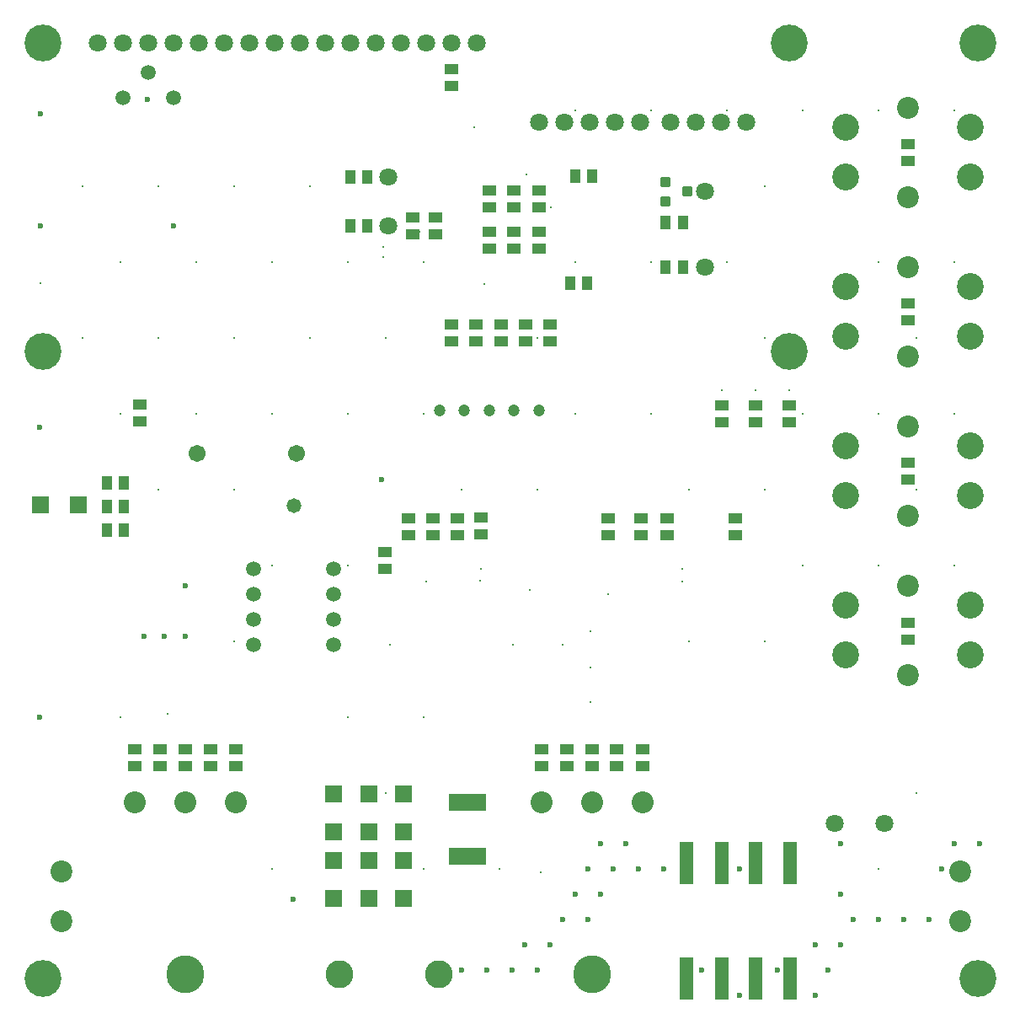
<source format=gbs>
G04 Layer_Color=16711935*
%FSTAX24Y24*%
%MOIN*%
G70*
G01*
G75*
%ADD32C,0.0591*%
%ADD44C,0.0236*%
%ADD65R,0.0551X0.0433*%
%ADD69R,0.0551X0.1654*%
%ADD76C,0.0671*%
%ADD77C,0.0709*%
%ADD78C,0.1260*%
%ADD79C,0.1496*%
%ADD80C,0.0867*%
%ADD81C,0.1458*%
%ADD82C,0.1102*%
%ADD83C,0.0866*%
%ADD84C,0.1063*%
%ADD85C,0.0474*%
%ADD86C,0.0580*%
%ADD87C,0.0316*%
%ADD88C,0.0118*%
%ADD89C,0.0198*%
%ADD90R,0.0433X0.0551*%
G04:AMPARAMS|DCode=91|XSize=39.4mil|YSize=43.3mil|CornerRadius=5.5mil|HoleSize=0mil|Usage=FLASHONLY|Rotation=90.000|XOffset=0mil|YOffset=0mil|HoleType=Round|Shape=RoundedRectangle|*
%AMROUNDEDRECTD91*
21,1,0.0394,0.0323,0,0,90.0*
21,1,0.0283,0.0433,0,0,90.0*
1,1,0.0110,0.0161,0.0142*
1,1,0.0110,0.0161,-0.0142*
1,1,0.0110,-0.0161,-0.0142*
1,1,0.0110,-0.0161,0.0142*
%
%ADD91ROUNDEDRECTD91*%
%ADD92R,0.1457X0.0709*%
%ADD93R,0.0697X0.0691*%
%ADD94R,0.0691X0.0697*%
D32*
X027587Y042508D02*
D03*
X025587D02*
D03*
X026587Y043508D02*
D03*
X030766Y020886D02*
D03*
Y021886D02*
D03*
Y022886D02*
D03*
Y023886D02*
D03*
X033925D02*
D03*
Y022886D02*
D03*
Y021886D02*
D03*
Y020886D02*
D03*
D44*
X0595Y013D02*
D03*
X0585D02*
D03*
X058Y012D02*
D03*
X0575Y01D02*
D03*
X0565D02*
D03*
X0555D02*
D03*
X054Y013D02*
D03*
Y011D02*
D03*
X0545Y01D02*
D03*
X054Y009D02*
D03*
X053D02*
D03*
X0535Y008D02*
D03*
X053Y007D02*
D03*
X0515Y008D02*
D03*
X05Y007D02*
D03*
X0485Y008D02*
D03*
X05Y012D02*
D03*
X047D02*
D03*
X046D02*
D03*
X0455Y013D02*
D03*
X045Y012D02*
D03*
X0445Y013D02*
D03*
X044Y012D02*
D03*
X0445Y011D02*
D03*
X044Y01D02*
D03*
X0435Y011D02*
D03*
X043Y01D02*
D03*
X0425Y009D02*
D03*
X042Y008D02*
D03*
X0415Y009D02*
D03*
X041Y008D02*
D03*
X04D02*
D03*
X039D02*
D03*
X022303Y01802D02*
D03*
X028051Y023217D02*
D03*
X023839Y026406D02*
D03*
X028051Y021209D02*
D03*
X026437D02*
D03*
X027224D02*
D03*
X022303Y029476D02*
D03*
X032343Y010807D02*
D03*
X022331Y041878D02*
D03*
Y037429D02*
D03*
X027587D02*
D03*
X035823Y027398D02*
D03*
X026579Y042437D02*
D03*
D65*
X051949Y030343D02*
D03*
Y029673D02*
D03*
X05063Y030343D02*
D03*
Y029673D02*
D03*
X049311Y030343D02*
D03*
Y029673D02*
D03*
X056673Y021071D02*
D03*
Y02174D02*
D03*
Y027409D02*
D03*
Y028079D02*
D03*
Y033709D02*
D03*
Y034378D02*
D03*
X056673Y040008D02*
D03*
Y040677D02*
D03*
X037067Y03711D02*
D03*
Y03778D02*
D03*
X037972Y037764D02*
D03*
Y037094D02*
D03*
X038587Y042961D02*
D03*
Y04363D02*
D03*
X040087Y038177D02*
D03*
Y038846D02*
D03*
X041071Y038177D02*
D03*
Y038846D02*
D03*
X042055Y038177D02*
D03*
Y038846D02*
D03*
X040087Y037213D02*
D03*
Y036543D02*
D03*
X041071Y037213D02*
D03*
Y036543D02*
D03*
X042055Y037213D02*
D03*
Y036543D02*
D03*
X0425Y032858D02*
D03*
Y033528D02*
D03*
X041526Y032858D02*
D03*
Y033528D02*
D03*
X040551Y032858D02*
D03*
Y033528D02*
D03*
X039577Y032858D02*
D03*
Y033528D02*
D03*
X026051Y01674D02*
D03*
Y016071D02*
D03*
X027051Y016071D02*
D03*
Y01674D02*
D03*
X028051Y016071D02*
D03*
Y01674D02*
D03*
X029051Y016071D02*
D03*
Y01674D02*
D03*
X030051Y01674D02*
D03*
Y016071D02*
D03*
X046154Y01674D02*
D03*
Y016071D02*
D03*
X045146D02*
D03*
Y01674D02*
D03*
X044154Y016071D02*
D03*
Y01674D02*
D03*
X043154Y016071D02*
D03*
Y01674D02*
D03*
X042154Y016071D02*
D03*
Y01674D02*
D03*
X038602Y032858D02*
D03*
Y033528D02*
D03*
X02628Y030362D02*
D03*
Y029693D02*
D03*
X035976Y023886D02*
D03*
Y024555D02*
D03*
X036913Y02589D02*
D03*
Y02522D02*
D03*
X037876Y02589D02*
D03*
Y02522D02*
D03*
X038839Y025205D02*
D03*
Y025874D02*
D03*
X039756Y025224D02*
D03*
Y025894D02*
D03*
X047126Y025205D02*
D03*
Y025874D02*
D03*
X046083D02*
D03*
Y025205D02*
D03*
X044793Y025874D02*
D03*
Y025205D02*
D03*
X049833Y025874D02*
D03*
Y025205D02*
D03*
D69*
X049291Y012232D02*
D03*
Y007665D02*
D03*
X047913D02*
D03*
Y012232D02*
D03*
X052008D02*
D03*
Y007665D02*
D03*
X05063D02*
D03*
Y012232D02*
D03*
D76*
X032461Y028453D02*
D03*
X028524D02*
D03*
D77*
X024587Y044673D02*
D03*
X025587D02*
D03*
X026587D02*
D03*
X027587D02*
D03*
X028587D02*
D03*
X029587D02*
D03*
X030587D02*
D03*
X031587D02*
D03*
X032587D02*
D03*
X033587D02*
D03*
X034587D02*
D03*
X035587D02*
D03*
X036587D02*
D03*
X037587D02*
D03*
X038587D02*
D03*
X039587D02*
D03*
X048642Y038795D02*
D03*
Y035795D02*
D03*
X036083Y039358D02*
D03*
Y037437D02*
D03*
X047252Y041524D02*
D03*
X048252D02*
D03*
X049252D02*
D03*
X050252D02*
D03*
X046055Y041524D02*
D03*
X045055D02*
D03*
X044055D02*
D03*
X043055D02*
D03*
X042055D02*
D03*
X055728Y013807D02*
D03*
X05376D02*
D03*
D78*
X022421Y032469D02*
D03*
Y044673D02*
D03*
X051949Y032469D02*
D03*
X051949Y044673D02*
D03*
D79*
X028051Y007856D02*
D03*
X044154D02*
D03*
D80*
X030051Y01464D02*
D03*
X026051D02*
D03*
X028051D02*
D03*
X046154D02*
D03*
X042154D02*
D03*
X044154D02*
D03*
D81*
X059429Y044673D02*
D03*
Y007665D02*
D03*
X022421Y032469D02*
D03*
Y044673D02*
D03*
X051949Y032469D02*
D03*
Y044673D02*
D03*
X022421Y007665D02*
D03*
D82*
X038091Y007856D02*
D03*
X034154D02*
D03*
D83*
X05872Y009949D02*
D03*
Y011917D02*
D03*
X056673Y023217D02*
D03*
Y019673D02*
D03*
Y029516D02*
D03*
Y025972D02*
D03*
Y035815D02*
D03*
Y032272D02*
D03*
Y042114D02*
D03*
Y038571D02*
D03*
X023169Y011917D02*
D03*
Y009949D02*
D03*
D84*
X059134Y020461D02*
D03*
X054213D02*
D03*
X059134Y022429D02*
D03*
X054213D02*
D03*
X059134Y02676D02*
D03*
X054213D02*
D03*
X059134Y028728D02*
D03*
X054213D02*
D03*
X059134Y033059D02*
D03*
X054213D02*
D03*
X059134Y035028D02*
D03*
X054213D02*
D03*
X059134Y039358D02*
D03*
X054213D02*
D03*
X059134Y041327D02*
D03*
X054213D02*
D03*
D85*
X04108Y030126D02*
D03*
X038118D02*
D03*
X039105D02*
D03*
X040093D02*
D03*
X042067D02*
D03*
D86*
X032362Y026366D02*
D03*
D87*
X03598Y024555D02*
D03*
D88*
X042114Y011868D02*
D03*
X041567Y03948D02*
D03*
X044157Y039398D02*
D03*
X037319Y037193D02*
D03*
X042055Y036539D02*
D03*
X042528Y038177D02*
D03*
X042055Y038846D02*
D03*
X041075Y038839D02*
D03*
X040091Y038846D02*
D03*
X051949Y030937D02*
D03*
X05063D02*
D03*
X049311D02*
D03*
X051949Y029673D02*
D03*
X05063D02*
D03*
X049311D02*
D03*
X039746Y023394D02*
D03*
X024976Y027272D02*
D03*
X026051Y01674D02*
D03*
X027051Y016071D02*
D03*
X042146Y01674D02*
D03*
X043154Y016071D02*
D03*
X038602Y033512D02*
D03*
X039577Y033528D02*
D03*
X040551Y033512D02*
D03*
X041526Y033528D02*
D03*
X0425Y033512D02*
D03*
X037608Y023386D02*
D03*
X039754Y023886D02*
D03*
X039754Y02522D02*
D03*
X044791Y025203D02*
D03*
X044795Y022886D02*
D03*
X046083Y025874D02*
D03*
X035902Y036591D02*
D03*
Y036197D02*
D03*
X041709Y023028D02*
D03*
X041016Y020886D02*
D03*
X042984D02*
D03*
X027051Y01674D02*
D03*
X02737Y018146D02*
D03*
X036173Y020886D02*
D03*
X049833Y025211D02*
D03*
X041071Y036543D02*
D03*
X040087D02*
D03*
X037972Y037764D02*
D03*
X047744Y037583D02*
D03*
X022331Y035185D02*
D03*
X02628Y029693D02*
D03*
X047732Y023878D02*
D03*
X047715Y023386D02*
D03*
X039496Y041331D02*
D03*
X035976Y023886D02*
D03*
X0255Y018D02*
D03*
Y03D02*
D03*
X024Y033D02*
D03*
X0255Y036D02*
D03*
X024Y039D02*
D03*
X027Y027D02*
D03*
X0285Y03D02*
D03*
X027Y033D02*
D03*
X0285Y036D02*
D03*
X027Y039D02*
D03*
X0315Y012D02*
D03*
X03Y021D02*
D03*
X0315Y024D02*
D03*
X03Y027D02*
D03*
X0315Y03D02*
D03*
X03Y033D02*
D03*
X0315Y036D02*
D03*
X03Y039D02*
D03*
X0345Y018D02*
D03*
Y024D02*
D03*
Y03D02*
D03*
X033Y033D02*
D03*
X0345Y036D02*
D03*
X033Y039D02*
D03*
X0375Y012D02*
D03*
X036Y015D02*
D03*
X0375Y018D02*
D03*
Y03D02*
D03*
X036Y033D02*
D03*
X0375Y036D02*
D03*
X0405Y012D02*
D03*
X039Y027D02*
D03*
X042D02*
D03*
X0435Y03D02*
D03*
X042Y033D02*
D03*
X0435Y036D02*
D03*
Y042D02*
D03*
X0465Y03D02*
D03*
Y036D02*
D03*
Y042D02*
D03*
X048Y021D02*
D03*
Y027D02*
D03*
X0495Y036D02*
D03*
Y042D02*
D03*
X051Y021D02*
D03*
X0525Y024D02*
D03*
X051Y027D02*
D03*
X0525Y03D02*
D03*
X051Y033D02*
D03*
Y039D02*
D03*
X0525Y042D02*
D03*
X0555Y012D02*
D03*
Y024D02*
D03*
Y03D02*
D03*
Y036D02*
D03*
Y042D02*
D03*
X057Y015D02*
D03*
X0585Y024D02*
D03*
X057Y027D02*
D03*
X0585Y03D02*
D03*
X057Y033D02*
D03*
X0585Y036D02*
D03*
Y042D02*
D03*
X044106Y018602D02*
D03*
X044094Y019961D02*
D03*
X044087Y021406D02*
D03*
X039902Y035146D02*
D03*
D89*
X043295Y035189D02*
D03*
D90*
X035256Y039358D02*
D03*
X034587D02*
D03*
X035256Y037437D02*
D03*
X034587D02*
D03*
X047079Y035795D02*
D03*
X047748D02*
D03*
X047748Y037587D02*
D03*
X047079D02*
D03*
X025646Y026346D02*
D03*
X024976D02*
D03*
X024961Y025421D02*
D03*
X02563D02*
D03*
X024976Y027272D02*
D03*
X025646D02*
D03*
X043504Y039398D02*
D03*
X044173D02*
D03*
X043307Y035185D02*
D03*
X043976D02*
D03*
D91*
X047945Y038795D02*
D03*
X047079Y039169D02*
D03*
Y038421D02*
D03*
D92*
X03924Y012514D02*
D03*
Y01464D02*
D03*
D93*
X036713Y013467D02*
D03*
Y014974D02*
D03*
X035319Y013467D02*
D03*
Y014974D02*
D03*
X033925Y013467D02*
D03*
Y014974D02*
D03*
X036713Y010848D02*
D03*
Y012356D02*
D03*
X035319Y010848D02*
D03*
Y012356D02*
D03*
X033925Y010848D02*
D03*
Y012356D02*
D03*
D94*
X022331Y026406D02*
D03*
X023839D02*
D03*
M02*

</source>
